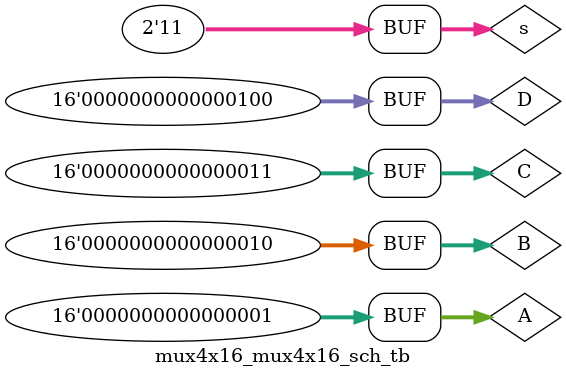
<source format=v>

`timescale 1ns / 1ps

module mux4x16_mux4x16_sch_tb();

// Inputs
   reg [15:0] A;
   reg [15:0] C;
   reg [15:0] B;
   reg [15:0] D;
   reg [1:0] s;

// Output
   wire [15:0] O;

// Bidirs

// Instantiate the UUT
   mux4x16 UUT (
		.A(A), 
		.C(C), 
		.B(B), 
		.D(D), 
		.s(s), 
		.O(O)
   );
// Initialize Inputs
initial begin
   A = 1;
	B = 2;
	C = 3;
	D = 4;
	s = 0;
	
	#100;
	
	s = 1;
	#20;
	s = 2;
	#20;
	s = 3;
	end
endmodule

</source>
